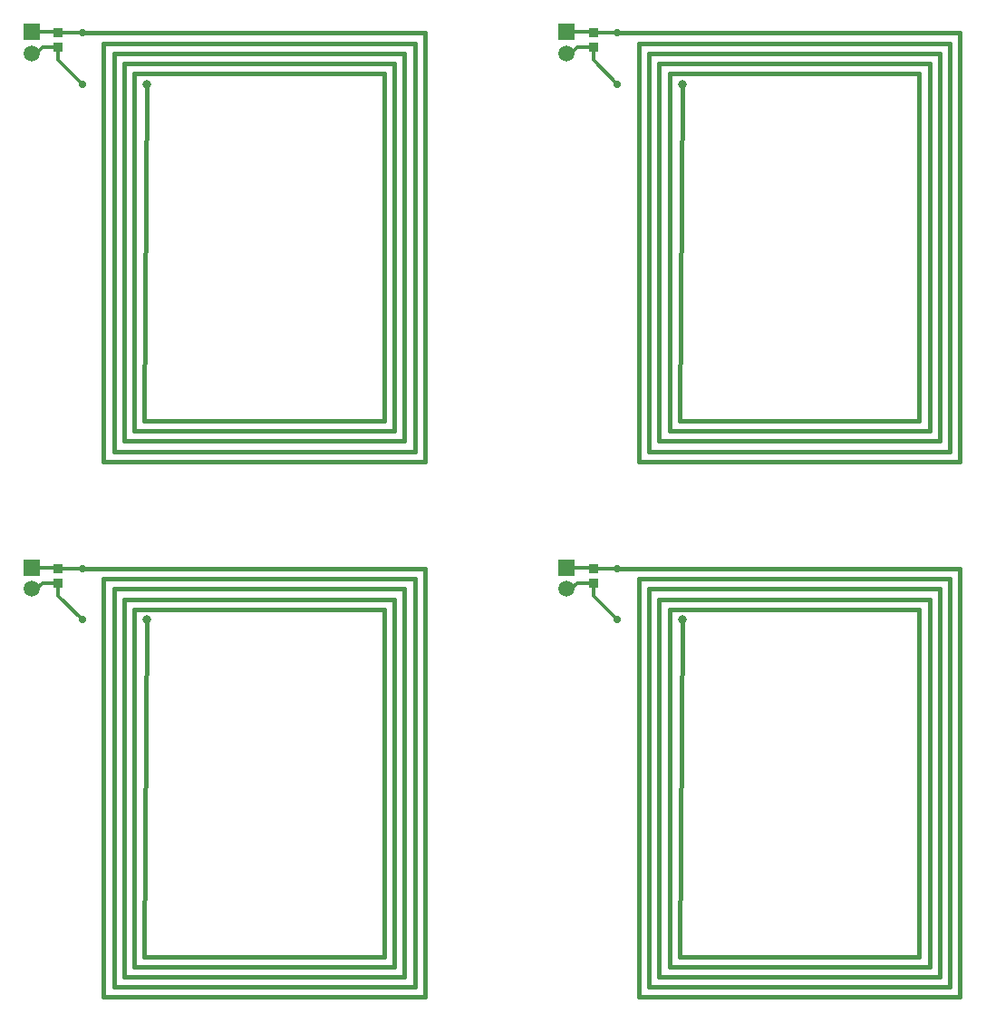
<source format=gtl>
%MOIN*%
%OFA0B0*%
%FSLAX25Y25*%
%IPPOS*%
%LPD*%
%ADD10C,0.027560000413909679*%
%ADD11R,0.037400000561691654X0.033470000502668969*%
%ADD12C,0.011810000177368406*%
%ADD13C,0.017720000266127703*%
%ADD14R,0.059050000886842029X0.059050000886842029*%
%ADD15C,0.059050000886842029*%
%ADD16C,0.031500000473082539*%
%ADD27C,0.027560000413909679*%
%ADD28R,0.037400000561691654X0.033470000502668969*%
%ADD29C,0.011810000177368406*%
%ADD30C,0.017720000266127703*%
%ADD31R,0.059050000886842029X0.059050000886842029*%
%ADD32C,0.059050000886842029*%
%ADD33C,0.031500000473082539*%
%ADD34C,0.027560000413909679*%
%ADD35R,0.037400000561691654X0.033470000502668969*%
%ADD36C,0.011810000177368406*%
%ADD37C,0.017720000266127703*%
%ADD38R,0.059050000886842029X0.059050000886842029*%
%ADD39C,0.059050000886842029*%
%ADD40C,0.031500000473082539*%
%ADD41C,0.027560000413909679*%
%ADD42R,0.037400000561691654X0.033470000502668969*%
%ADD43C,0.011810000177368406*%
%ADD44C,0.017720000266127703*%
%ADD45R,0.059050000886842029X0.059050000886842029*%
%ADD46C,0.059050000886842029*%
%ADD47C,0.031500000473082539*%
G01*
G75*
D10*
X0051181Y0174803D02*
D03*
X0051181Y0156004D02*
D03*
D11*
X0042323Y0169587D02*
D03*
X0042323Y0174901D02*
D03*
D12*
X0032479Y0167323D02*
X0034154Y0167323D01*
X0036417Y0169587D01*
X0042323Y0169587D01*
X0042028Y0175197D02*
X0042323Y0174901D01*
X0032479Y0175197D02*
X0042028Y0175197D01*
X0042323Y0164862D02*
X0051181Y0156004D01*
X0042323Y0164862D02*
X0042323Y0169587D01*
X0042323Y0174901D02*
X0042421Y0174803D01*
X0051181Y0174803D01*
D13*
X0059055Y0174803D01*
X0074016Y0032283D02*
X0074902Y0156004D01*
X0074016Y0032283D02*
X0162205Y0032283D01*
X0162205Y0159843D01*
X0070276Y0159843D02*
X0162205Y0159843D01*
X0070276Y0028543D02*
X0070276Y0159843D01*
X0070276Y0028543D02*
X0165945Y0028543D01*
X0165945Y0163583D01*
X0066535Y0163583D02*
X0165945Y0163583D01*
X0066535Y0024803D02*
X0066535Y0163583D01*
X0066535Y0024803D02*
X0169685Y0024803D01*
X0169685Y0167323D01*
X0062795Y0167323D02*
X0169685Y0167323D01*
X0062795Y0021063D02*
X0062795Y0167323D01*
X0062795Y0021063D02*
X0173425Y0021063D01*
X0173425Y0171063D01*
X0059055Y0171063D02*
X0173425Y0171063D01*
X0059055Y0017323D02*
X0059055Y0171063D01*
X0059055Y0017323D02*
X0177164Y0017323D01*
X0177164Y0174803D01*
X0059055Y0174803D02*
X0177164Y0174803D01*
D14*
X0032479Y0175197D02*
D03*
D15*
X0032479Y0167323D02*
D03*
D16*
X0074902Y0156004D02*
D03*
G04 next file*
G04 Layer_Physical_Order=1*
G04 Layer_Color=255*
G04 skipping 70
G01*
G75*
D27*
X0248030Y0174803D02*
D03*
X0248030Y0156004D02*
D03*
D28*
X0239173Y0169587D02*
D03*
X0239173Y0174901D02*
D03*
D29*
X0229330Y0167323D02*
X0231004Y0167323D01*
X0233266Y0169587D01*
X0239173Y0169587D01*
X0238878Y0175197D02*
X0239173Y0174901D01*
X0229330Y0175197D02*
X0238878Y0175197D01*
X0239173Y0164862D02*
X0248030Y0156004D01*
X0239173Y0164862D02*
X0239173Y0169587D01*
X0239173Y0174901D02*
X0239271Y0174803D01*
X0248030Y0174803D01*
D30*
X0255905Y0174803D01*
X0270866Y0032283D02*
X0271752Y0156004D01*
X0270866Y0032283D02*
X0359055Y0032283D01*
X0359055Y0159843D01*
X0267126Y0159843D02*
X0359055Y0159843D01*
X0267126Y0028543D02*
X0267126Y0159843D01*
X0267126Y0028543D02*
X0362794Y0028543D01*
X0362794Y0163583D01*
X0263385Y0163583D02*
X0362794Y0163583D01*
X0263385Y0024803D02*
X0263385Y0163583D01*
X0263385Y0024803D02*
X0366535Y0024803D01*
X0366535Y0167323D01*
X0259645Y0167323D02*
X0366535Y0167323D01*
X0259645Y0021063D02*
X0259645Y0167323D01*
X0259645Y0021063D02*
X0370275Y0021063D01*
X0370275Y0171063D01*
X0255905Y0171063D02*
X0370275Y0171063D01*
X0255905Y0017323D02*
X0255905Y0171063D01*
X0255905Y0017323D02*
X0374015Y0017323D01*
X0374015Y0174803D01*
X0255905Y0174803D02*
X0374015Y0174803D01*
D31*
X0229330Y0175197D02*
D03*
D32*
X0229330Y0167323D02*
D03*
D33*
X0271752Y0156004D02*
D03*
G04 next file*
G04 Layer_Physical_Order=1*
G04 Layer_Color=255*
G04 skipping 70
G01*
G75*
D34*
X0248030Y0371653D02*
D03*
X0248030Y0352854D02*
D03*
D35*
X0239173Y0366437D02*
D03*
X0239173Y0371752D02*
D03*
D36*
X0229330Y0364173D02*
X0231004Y0364173D01*
X0233266Y0366437D01*
X0239173Y0366437D01*
X0238878Y0372047D02*
X0239173Y0371752D01*
X0229330Y0372047D02*
X0238878Y0372047D01*
X0239173Y0361711D02*
X0248030Y0352854D01*
X0239173Y0361711D02*
X0239173Y0366437D01*
X0239173Y0371752D02*
X0239271Y0371653D01*
X0248030Y0371653D01*
D37*
X0255905Y0371653D01*
X0270866Y0229133D02*
X0271752Y0352854D01*
X0270866Y0229133D02*
X0359055Y0229133D01*
X0359055Y0356693D01*
X0267126Y0356693D02*
X0359055Y0356693D01*
X0267126Y0225393D02*
X0267126Y0356693D01*
X0267126Y0225393D02*
X0362794Y0225393D01*
X0362794Y0360433D01*
X0263385Y0360433D02*
X0362794Y0360433D01*
X0263385Y0221653D02*
X0263385Y0360433D01*
X0263385Y0221653D02*
X0366535Y0221653D01*
X0366535Y0364173D01*
X0259645Y0364173D02*
X0366535Y0364173D01*
X0259645Y0217912D02*
X0259645Y0364173D01*
X0259645Y0217912D02*
X0370275Y0217912D01*
X0370275Y0367913D01*
X0255905Y0367913D02*
X0370275Y0367913D01*
X0255905Y0214173D02*
X0255905Y0367913D01*
X0255905Y0214173D02*
X0374015Y0214173D01*
X0374015Y0371653D01*
X0255905Y0371653D02*
X0374015Y0371653D01*
D38*
X0229330Y0372047D02*
D03*
D39*
X0229330Y0364173D02*
D03*
D40*
X0271752Y0352854D02*
D03*
G04 next file*
G04 Layer_Physical_Order=1*
G04 Layer_Color=255*
G04 skipping 70
G01*
G75*
D41*
X0051181Y0371653D02*
D03*
X0051181Y0352854D02*
D03*
D42*
X0042323Y0366437D02*
D03*
X0042323Y0371752D02*
D03*
D43*
X0032479Y0364173D02*
X0034154Y0364173D01*
X0036417Y0366437D01*
X0042323Y0366437D01*
X0042028Y0372047D02*
X0042323Y0371752D01*
X0032479Y0372047D02*
X0042028Y0372047D01*
X0042323Y0361711D02*
X0051181Y0352854D01*
X0042323Y0361711D02*
X0042323Y0366437D01*
X0042323Y0371752D02*
X0042421Y0371653D01*
X0051181Y0371653D01*
D44*
X0059055Y0371653D01*
X0074016Y0229133D02*
X0074902Y0352854D01*
X0074016Y0229133D02*
X0162205Y0229133D01*
X0162205Y0356693D01*
X0070276Y0356693D02*
X0162205Y0356693D01*
X0070276Y0225393D02*
X0070276Y0356693D01*
X0070276Y0225393D02*
X0165945Y0225393D01*
X0165945Y0360433D01*
X0066535Y0360433D02*
X0165945Y0360433D01*
X0066535Y0221653D02*
X0066535Y0360433D01*
X0066535Y0221653D02*
X0169685Y0221653D01*
X0169685Y0364173D01*
X0062795Y0364173D02*
X0169685Y0364173D01*
X0062795Y0217912D02*
X0062795Y0364173D01*
X0062795Y0217912D02*
X0173425Y0217912D01*
X0173425Y0367913D01*
X0059055Y0367913D02*
X0173425Y0367913D01*
X0059055Y0214173D02*
X0059055Y0367913D01*
X0059055Y0214173D02*
X0177164Y0214173D01*
X0177164Y0371653D01*
X0059055Y0371653D02*
X0177164Y0371653D01*
D45*
X0032479Y0372047D02*
D03*
D46*
X0032479Y0364173D02*
D03*
D47*
X0074902Y0352854D02*
D03*
M02*
</source>
